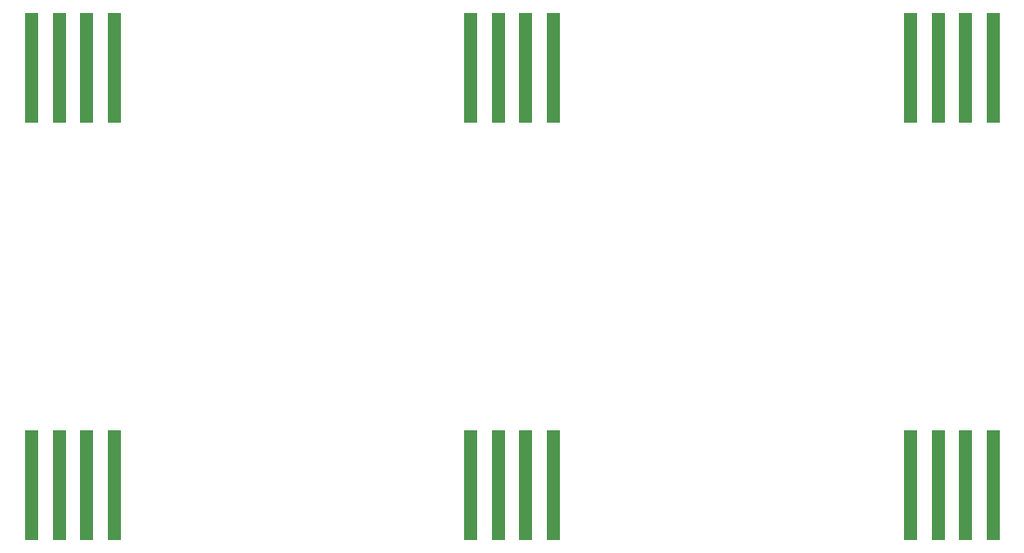
<source format=gtp>
G75*
%MOIN*%
%OFA0B0*%
%FSLAX25Y25*%
%IPPOS*%
%LPD*%
%AMOC8*
5,1,8,0,0,1.08239X$1,22.5*
%
%ADD10R,0.05000X0.39370*%
D10*
X0055035Y0024622D03*
X0065075Y0024622D03*
X0074720Y0024622D03*
X0084760Y0024622D03*
X0212516Y0024622D03*
X0222555Y0024622D03*
X0232201Y0024622D03*
X0242240Y0024622D03*
X0369996Y0024622D03*
X0380035Y0024622D03*
X0389681Y0024622D03*
X0399720Y0024622D03*
X0399720Y0174228D03*
X0389681Y0174228D03*
X0380035Y0174228D03*
X0369996Y0174228D03*
X0242240Y0174228D03*
X0232201Y0174228D03*
X0222555Y0174228D03*
X0212516Y0174228D03*
X0084760Y0174228D03*
X0074720Y0174228D03*
X0065075Y0174228D03*
X0055035Y0174228D03*
M02*

</source>
